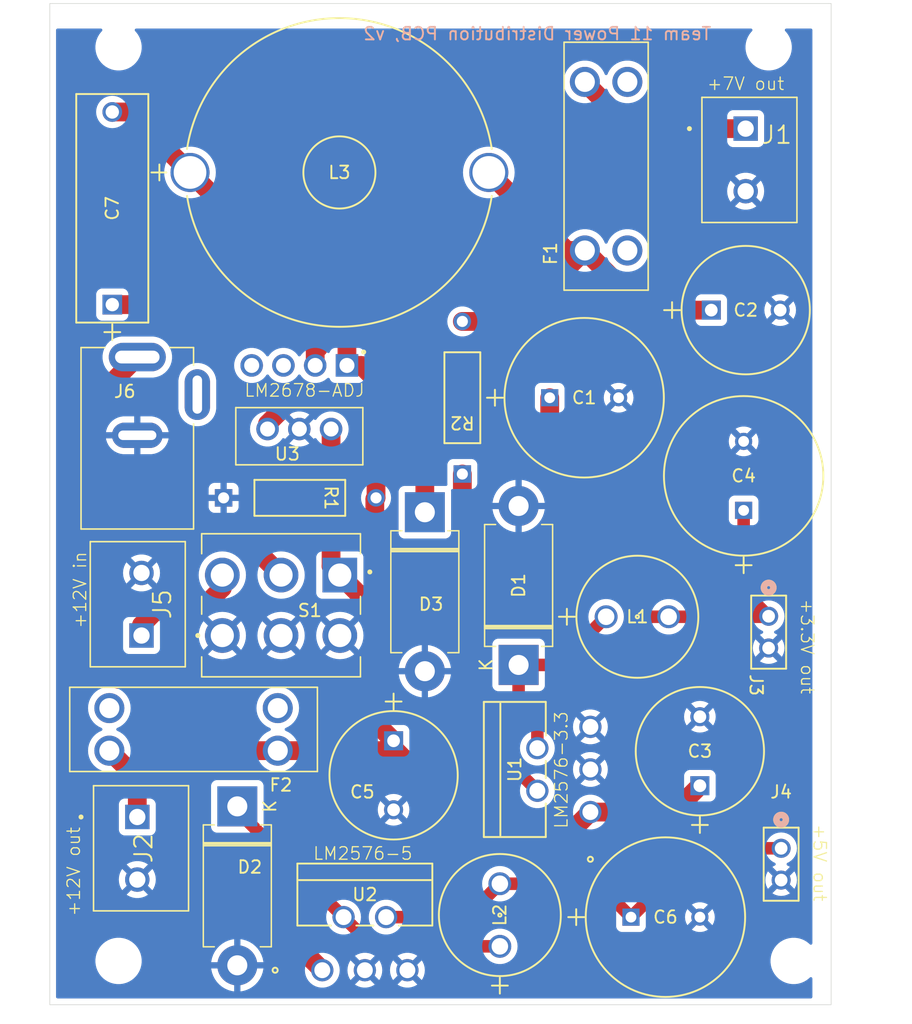
<source format=kicad_pcb>
(kicad_pcb (version 20240108) (generator "pcbnew") (generator_version "8.0")
  (title_block (title "Team 11 Power Distribution PCB") (date "2024-10-27") (rev "0.1"))
  (layers (0 "F.Cu" signal) (31 "B.Cu" signal) (34 "B.Paste" user) (35 "F.Paste" user) (36 "B.SilkS" user "B.Silkscreen") (37 "F.SilkS" user "F.Silkscreen") (38 "B.Mask" user) (39 "F.Mask" user) (44 "Edge.Cuts" user))
  (net 0 "")
  (net 1 "+12V")
  (net 2 "GND")
  (net 3 "/Vout_3.3V")
  (net 4 "/Vout_5V")
  (net 5 "Net-(D3-K)")
  (net 6 "Net-(U3-CB)")
  (net 7 "Net-(D1-K)")
  (net 8 "Net-(D2-K)")
  (net 9 "Net-(U3-FB)")
  (net 11 "/Vout_7V")
  (net 12 "/Vout_12V")
  (net 13 "Net-(J5-Pin_1)")
  (net 15 "/CHG12V")
  (net 16 "/Vout_7V_brk")
  (footprint "_footprints:CAP_12.5 X 25_NCH" (layer "F.Cu") (at 120.9882 180.5)
    (property "Reference" "C6" (at 2.7559 0 0) (layer "F.SilkS"))
    (property "Value" "1mF")
    (fp_line (start -5.0165 0) (end -3.7465 0) (stroke (width 0.1524)) (layer "F.SilkS"))
    (fp_line (start -4.3815 -0.635) (end -4.3815 0.635) (stroke (width 0.1524)) (layer "F.SilkS"))
    (fp_circle (center 2.7559 0) (end 9.1313 0) (stroke (width 0.1524)) (fill none) (layer "F.SilkS"))
    (pad "1" thru_hole rect (at 0 0) (size 1.3716 1.3716) (drill 0.8636) (layers "*.Cu" "*.Mask") (net 4 "/Vout_5V"))
    (pad "2" thru_hole circle (at 5.5118 0) (size 1.3716 1.3716) (drill 0.8636) (layers "*.Cu" "*.Mask") (net 2 "GND"))
  )
  (footprint "_footprints:fz_holder_3557-10" (layer "F.Cu") (at 86 165.5 180)
    (property "Reference" "F2" (at -6.985 -4.445 360) (layer "F.SilkS"))
    (property "Value" "3557-10")
    (fp_line (start 9.905 3.365) (end 9.905 -3.365) (stroke (width 0.127)) (layer "F.SilkS"))
    (fp_line (start 9.905 -3.365) (end -9.905 -3.365) (stroke (width 0.127)) (layer "F.SilkS"))
    (fp_line (start -9.905 3.365) (end 9.905 3.365) (stroke (width 0.127)) (layer "F.SilkS"))
    (fp_line (start -9.905 -3.365) (end -9.905 3.365) (stroke (width 0.127)) (layer "F.SilkS"))
    (pad "1_1" thru_hole circle (at -6.735 -1.7 180) (size 2.4 2.4) (drill 1.6) (layers "*.Cu" "*.Mask") (net 1 "+12V"))
    (pad "1_2" thru_hole circle (at -6.735 1.7 180) (size 2.4 2.4) (drill 1.6) (layers "*.Cu" "*.Mask"))
    (pad "2_1" thru_hole circle (at 6.735 -1.7 180) (size 2.4 2.4) (drill 1.6) (layers "*.Cu" "*.Mask") (net 12 "/Vout_12V"))
    (pad "2_2" thru_hole circle (at 6.735 1.7 180) (size 2.4 2.4) (drill 1.6) (layers "*.Cu" "*.Mask"))
  )
  (footprint "_footprints:PCAP_10x16-THRU-ELECT_NCA" (layer "F.Cu") (at 102 166.41085 -90)
    (property "Reference" "C5" (at 4.08915 2.5 0) (layer "F.SilkS"))
    (property "Value" "100uF")
    (fp_line (start -3.7719 0) (end -2.5019 0) (stroke (width 0.1524)) (layer "F.SilkS"))
    (fp_line (start -3.1369 -0.635) (end -3.1369 0.635) (stroke (width 0.1524)) (layer "F.SilkS"))
    (fp_circle (center 2.7559 0) (end 7.8867 0) (stroke (width 0.1524)) (fill none) (layer "F.SilkS"))
    (pad "1" thru_hole rect (at 0 0 270) (size 1.524 1.524) (drill 1.016) (layers "*.Cu" "*.Mask") (net 1 "+12V"))
    (pad "2" thru_hole circle (at 5.5118 0 270) (size 1.524 1.524) (drill 1.016) (layers "*.Cu" "*.Mask") (net 2 "GND"))
  )
  (footprint "_footprints:CONN_PPPC021_SUL" (layer "F.Cu") (at 133 175 90)
    (property "Reference" "J4" (at 4.5 0 0) (layer "F.SilkS"))
    (property "Value" "Conn_01x02_Socket" (hide yes))
    (fp_circle (center 2.286 0) (end 2.667 0) (stroke (width 0.508)) (fill none) (layer "B.SilkS"))
    (fp_line (start 1.651 -1.397) (end -4.191 -1.397) (stroke (width 0.1524)) (layer "F.SilkS"))
    (fp_line (start -4.191 -1.397) (end -4.191 1.397) (stroke (width 0.1524)) (layer "F.SilkS"))
    (fp_line (start 1.651 1.397) (end 1.651 -1.397) (stroke (width 0.1524)) (layer "F.SilkS"))
    (fp_line (start -4.191 1.397) (end 1.651 1.397) (stroke (width 0.1524)) (layer "F.SilkS"))
    (fp_circle (center 2.286 0) (end 2.667 0) (stroke (width 0.508)) (fill none) (layer "F.SilkS"))
    (pad "1" thru_hole circle (at 0 0 90) (size 1.524 1.524) (drill 1.016) (layers "*.Cu" "*.Mask") (net 4 "/Vout_5V"))
    (pad "2" thru_hole circle (at -2.54 0 90) (size 1.524 1.524) (drill 1.016) (layers "*.Cu" "*.Mask") (net 2 "GND"))
  )
  (footprint "_footprints:SW_100DP3T1B1M2QEH" (layer "F.Cu") (at 93 155.585 180)
    (property "Reference" "S1" (at -2.3 -0.415 360) (layer "F.SilkS"))
    (property "Value" "100DP3T1B1M2QEH")
    (fp_line (start 6.35 5.715) (end 6.35 4.1225) (stroke (width 0.127)) (layer "F.SilkS"))
    (fp_line (start 6.35 5.715) (end -6.35 5.715) (stroke (width 0.127)) (layer "F.SilkS"))
    (fp_line (start 6.35 -0.7075) (end 6.35 0.7075) (stroke (width 0.127)) (layer "F.SilkS"))
    (fp_line (start 6.35 -5.715) (end 6.35 -4.1225) (stroke (width 0.127)) (layer "F.SilkS"))
    (fp_line (start -6.35 5.715) (end -6.35 4.1225) (stroke (width 0.127)) (layer "F.SilkS"))
    (fp_line (start -6.35 -0.7075) (end -6.35 0.7075) (stroke (width 0.127)) (layer "F.SilkS"))
    (fp_line (start -6.35 -4.1225) (end -6.35 -5.715) (stroke (width 0.127)) (layer "F.SilkS"))
    (fp_line (start -6.35 -5.715) (end 6.35 -5.715) (stroke (width 0.127)) (layer "F.SilkS"))
    (fp_circle (center -7.1 2.665) (end -7 2.665) (stroke (width 0.2)) (fill none) (layer "F.SilkS"))
    (pad "1" thru_hole rect (at -4.7 2.415 180) (size 2.775 2.775) (drill 1.85) (layers "*.Cu" "*.Mask") (net 1 "+12V"))
    (pad "2" thru_hole circle (at 0 2.415 180) (size 2.775 2.775) (drill 1.85) (layers "*.Cu" "*.Mask") (net 13 "Net-(J5-Pin_1)"))
    (pad "3" thru_hole circle (at 4.7 2.415 180) (size 2.775 2.775) (drill 1.85) (layers "*.Cu" "*.Mask") (net 15 "/CHG12V"))
    (pad "4" thru_hole circle (at -4.7 -2.415 180) (size 2.775 2.775) (drill 1.85) (layers "*.Cu" "*.Mask") (net 2 "GND"))
    (pad "5" thru_hole circle (at 0 -2.415 180) (size 2.775 2.775) (drill 1.85) (layers "*.Cu" "*.Mask") (net 2 "GND"))
    (pad "6" thru_hole circle (at 4.7 -2.415 180) (size 2.775 2.775) (drill 1.85) (layers "*.Cu" "*.Mask") (net 2 "GND"))
  )
  (footprint "_footprints:5V_lm2576" (layer "F.Cu") (at 96.2982 184.7418)
    (property "Reference" "U2" (at 3.4036 -6.0452 0) (layer "F.SilkS"))
    (property "Value" "LM2576HVT-5")
    (fp_line (start -1.9939 -8.5217) (end -1.9939 -3.5687) (stroke (width 0.1524)) (layer "F.SilkS"))
    (fp_line (start -1.9939 -3.5687) (end 0.6822 -3.5687) (stroke (width 0.1524)) (layer "F.SilkS"))
    (fp_line (start -1.8669 -7.2009) (end 8.6741 -7.2009) (stroke (width 0.1524)) (layer "F.SilkS"))
    (fp_line (start 2.7214 -3.5687) (end 4.0858 -3.5687) (stroke (width 0.1524)) (layer "F.SilkS"))
    (fp_line (start 6.125 -3.5687) (end 8.8011 -3.5687) (stroke (width 0.1524)) (layer "F.SilkS"))
    (fp_line (start 8.8011 -8.5217) (end -1.9939 -8.5217) (stroke (width 0.1524)) (layer "F.SilkS"))
    (fp_line (start 8.8011 -3.5687) (end 8.8011 -8.5217) (stroke (width 0.1524)) (layer "F.SilkS"))
    (fp_circle (center -3.7719 0) (end -3.5687 0) (stroke (width 0.1524)) (fill none) (layer "F.SilkS"))
    (pad "1" thru_hole circle (at 0 0) (size 1.778 1.778) (drill 1.27) (layers "*.Cu" "*.Mask") (net 1 "+12V"))
    (pad "2" thru_hole circle (at 1.7018 -4.2418) (size 1.778 1.778) (drill 1.27) (layers "*.Cu" "*.Mask") (net 8 "Net-(D2-K)"))
    (pad "3" thru_hole circle (at 3.4036 0) (size 1.778 1.778) (drill 1.27) (layers "*.Cu" "*.Mask") (net 2 "GND"))
    (pad "4" thru_hole circle (at 5.1054 -4.2418) (size 1.778 1.778) (drill 1.27) (layers "*.Cu" "*.Mask") (net 4 "/Vout_5V"))
    (pad "5" thru_hole circle (at 6.8072 0) (size 1.778 1.778) (drill 1.27) (layers "*.Cu" "*.Mask") (net 2 "GND"))
  )
  (footprint "_footprints:CUI_TB002-500-02BE" (layer "F.Cu") (at 130.1625 117.5 -90)
    (property "Reference" "J1" (at 0.5 -2.5 180) (layer "F.SilkS") (effects (font (size 1.4 1.4))))
    (property "Value" "Screw_Terminal_01x02" (hide yes))
    (fp_line (start -2.5 3.5) (end -2.5 -4.1) (stroke (width 0.127)) (layer "F.SilkS"))
    (fp_line (start 7.5 3.5) (end -2.5 3.5) (stroke (width 0.127)) (layer "F.SilkS"))
    (fp_line (start -2.5 -4.1) (end 7.5 -4.1) (stroke (width 0.127)) (layer "F.SilkS"))
    (fp_line (start 7.5 -4.1) (end 7.5 3.5) (stroke (width 0.127)) (layer "F.SilkS"))
    (fp_circle (center 0 4.5) (end 0.1 4.5) (stroke (width 0.2)) (fill none) (layer "F.SilkS"))
    (pad "1" thru_hole rect (at 0 0 270) (size 1.95 1.95) (drill 1.3) (layers "*.Cu" "*.Mask") (net 16 "/Vout_7V_brk"))
    (pad "2" thru_hole circle (at 5 0 270) (size 1.95 1.95) (drill 1.3) (layers "*.Cu" "*.Mask") (net 2 "GND"))
  )
  (footprint "Diode_THT:D_DO-201AD_P12.70mm_Horizontal" (layer "F.Cu") (at 112 160.35 90)
    (property "Reference" "D1" (at 6.35 0 90) (layer "F.SilkS"))
    (property "Value" "1N5822")
    (fp_line (start 11.22 -2.72) (end 11.22 -1.84) (stroke (width 0.12)) (layer "F.SilkS"))
    (fp_line (start 3.145 -2.72) (end 3.145 2.72) (stroke (width 0.12)) (layer "F.SilkS"))
    (fp_line (start 3.025 -2.72) (end 3.025 2.72) (stroke (width 0.12)) (layer "F.SilkS"))
    (fp_line (start 2.905 -2.72) (end 2.905 2.72) (stroke (width 0.12)) (layer "F.SilkS"))
    (fp_line (start 1.48 -2.72) (end 11.22 -2.72) (stroke (width 0.12)) (layer "F.SilkS"))
    (fp_line (start 1.48 -1.84) (end 1.48 -2.72) (stroke (width 0.12)) (layer "F.SilkS"))
    (fp_line (start 1.48 1.84) (end 1.48 2.72) (stroke (width 0.12)) (layer "F.SilkS"))
    (fp_line (start 11.22 2.72) (end 11.22 1.84) (stroke (width 0.12)) (layer "F.SilkS"))
    (fp_line (start 1.48 2.72) (end 11.22 2.72) (stroke (width 0.12)) (layer "F.SilkS"))
    (fp_text user "K" (at 0 -2.6 90) (layer "F.SilkS"))
    (pad "1" thru_hole rect (at 0 0 90) (size 3.2 3.2) (drill 1.6) (layers "*.Cu" "*.Mask") (net 7 "Net-(D1-K)"))
    (pad "2" thru_hole oval (at 12.7 0 90) (size 3.2 3.2) (drill 1.6) (layers "*.Cu" "*.Mask") (net 2 "GND"))
  )
  (footprint "_footprints:CAP_12.5 X 25_NCH" (layer "F.Cu") (at 114.4882 139)
    (property "Reference" "C1" (at 2.7559 0 0) (layer "F.SilkS"))
    (property "Value" "1mF")
    (fp_line (start -5.0165 0) (end -3.7465 0) (stroke (width 0.1524)) (layer "F.SilkS"))
    (fp_line (start -4.3815 -0.635) (end -4.3815 0.635) (stroke (width 0.1524)) (layer "F.SilkS"))
    (fp_circle (center 2.7559 0) (end 9.1313 0) (stroke (width 0.1524)) (fill none) (layer "F.SilkS"))
    (pad "1" thru_hole rect (at 0 0) (size 1.3716 1.3716) (drill 0.8636) (layers "*.Cu" "*.Mask") (net 1 "+12V"))
    (pad "2" thru_hole circle (at 5.5118 0) (size 1.3716 1.3716) (drill 0.8636) (layers "*.Cu" "*.Mask") (net 2 "GND"))
  )
  (footprint "_footprints:CAP_12.5 X 25_NCH" (layer "F.Cu") (at 130 148 90)
    (property "Reference" "C4" (at 2.7559 0 0) (layer "F.SilkS"))
    (property "Value" "1mF")
    (fp_line (start -4.3815 -0.635) (end -4.3815 0.635) (stroke (width 0.1524)) (layer "F.SilkS"))
    (fp_line (start -5.0165 0) (end -3.7465 0) (stroke (width 0.1524)) (layer "F.SilkS"))
    (fp_circle (center 2.7559 0) (end 9.1313 0) (stroke (width 0.1524)) (fill none) (layer "F.SilkS"))
    (pad "1" thru_hole rect (at 0 0 90) (size 1.3716 1.3716) (drill 0.8636) (layers "*.Cu" "*.Mask") (net 3 "/Vout_3.3V"))
    (pad "2" thru_hole circle (at 5.5118 0 90) (size 1.3716 1.3716) (drill 0.8636) (layers "*.Cu" "*.Mask") (net 2 "GND"))
  )
  (footprint "_footprints:fz_holder_3557-10" (layer "F.Cu") (at 119 120.5 90)
    (property "Reference" "F1" (at -6.985 -4.445 90) (layer "F.SilkS"))
    (property "Value" "3557-10")
    (fp_line (start 9.905 -3.365) (end -9.905 -3.365) (stroke (width 0.127)) (layer "F.SilkS"))
    (fp_line (start -9.905 -3.365) (end -9.905 3.365) (stroke (width 0.127)) (layer "F.SilkS"))
    (fp_line (start 9.905 3.365) (end 9.905 -3.365) (stroke (width 0.127)) (layer "F.SilkS"))
    (fp_line (start -9.905 3.365) (end 9.905 3.365) (stroke (width 0.127)) (layer "F.SilkS"))
    (pad "1_1" thru_hole circle (at -6.735 -1.7 90) (size 2.4 2.4) (drill 1.6) (layers "*.Cu" "*.Mask") (net 11 "/Vout_7V"))
    (pad "1_2" thru_hole circle (at -6.735 1.7 90) (size 2.4 2.4) (drill 1.6) (layers "*.Cu" "*.Mask"))
    (pad "2_1" thru_hole circle (at 6.735 -1.7 90) (size 2.4 2.4) (drill 1.6) (layers "*.Cu" "*.Mask") (net 16 "/Vout_7V_brk"))
    (pad "2_2" thru_hole circle (at 6.735 1.7 90) (size 2.4 2.4) (drill 1.6) (layers "*.Cu" "*.Mask"))
  )
  (footprint "_footprints:CUI_TB002-500-02BE" (layer "F.Cu") (at 81.5 172.5 -90)
    (property "Reference" "J2" (at 2.5 -0.5 90) (layer "F.SilkS") (effects (font (size 1.4 1.4))))
    (property "Value" "Screw_Terminal_01x02" (hide yes))
    (fp_line (start -2.5 3.5) (end -2.5 -4.1) (stroke (width 0.127)) (layer "F.SilkS"))
    (fp_line (start 7.5 3.5) (end -2.5 3.5) (stroke (width 0.127)) (layer "F.SilkS"))
    (fp_line (start -2.5 -4.1) (end 7.5 -4.1) (stroke (width 0.127)) (layer "F.SilkS"))
    (fp_line (start 7.5 -4.1) (end 7.5 3.5) (stroke (width 0.127)) (layer "F.SilkS"))
    (fp_circle (center 0 4.5) (end 0.1 4.5) (stroke (width 0.2)) (fill none) (layer "F.SilkS"))
    (pad "1" thru_hole rect (at 0 0 270) (size 1.95 1.95) (drill 1.3) (layers "*.Cu" "*.Mask") (net 12 "/Vout_12V"))
    (pad "2" thru_hole circle (at 5 0 270) (size 1.95 1.95) (drill 1.3) (layers "*.Cu" "*.Mask") (net 2 "GND"))
  )
  (footprint "MountingHole:MountingHole_3.2mm_M3" (layer "F.Cu") (at 80 111)
    (property "Reference" "REF**" (hide yes))
    (property "Value" "MountingHole_3.2mm_M3")
    (pad "" np_thru_hole circle (at 0 0) (size 3.2 3.2) (drill 3.2) (layers "*.Cu" "*.Mask"))
  )
  (footprint "MountingHole:MountingHole_3.2mm_M3" (layer "F.Cu") (at 132 111)
    (property "Reference" "REF**" (hide yes))
    (property "Value" "MountingHole_3.2mm_M3")
    (pad "" np_thru_hole circle (at 0 0) (size 3.2 3.2) (drill 3.2) (layers "*.Cu" "*.Mask"))
  )
  (footprint "_footprints:STA_RNF14_STP" (layer "F.Cu") (at 88.404 147)
    (property "Reference" "R1" (at 8.596 0 -90) (layer "F.SilkS"))
    (property "Value" "1k")
    (fp_line (start 2.4638 -1.4351) (end 2.4638 1.4351) (stroke (width 0.1524)) (layer "F.SilkS"))
    (fp_line (start 2.4638 1.4351) (end 9.7282 1.4351) (stroke (width 0.1524)) (layer "F.SilkS"))
    (fp_line (start 9.7282 -1.4351) (end 2.4638 -1.4351) (stroke (width 0.1524)) (layer "F.SilkS"))
    (fp_line (start 9.7282 1.4351) (end 9.7282 -1.4351) (stroke (width 0.1524)) (layer "F.SilkS"))
    (pad "1" thru_hole rect (at 0 0) (size 1.397 1.397) (drill 0.889) (layers "*.Cu" "*.Mask") (net 2 "GND"))
    (pad "2" thru_hole circle (at 12.192 0) (size 1.397 1.397) (drill 0.889) (layers "*.Cu" "*.Mask") (net 9 "Net-(U3-FB)"))
  )
  (footprint "_footprints:SWITCHCRAFT_RAPC722X" (layer "F.Cu") (at 81.5 142)
    (property "Reference" "J6" (at -1 -3.5 360) (layer "F.SilkS"))
    (property "Value" "RAPC722X")
    (fp_line (start -4.5 -7.01) (end -4.5 7.49) (stroke (width 0.127)) (layer "F.SilkS"))
    (fp_line (start -4.5 7.49) (end 4.5 7.49) (stroke (width 0.127)) (layer "F.SilkS"))
    (fp_line (start -2.6 -7.01) (end -4.5 -7.01) (stroke (width 0.127)) (layer "F.SilkS"))
    (fp_line (start 4.5 -7.01) (end 2.6 -7.01) (stroke (width 0.127)) (layer "F.SilkS"))
    (fp_line (start 4.5 -5.595) (end 4.5 -7.01) (stroke (width 0.127)) (layer "F.SilkS"))
    (fp_line (start 4.5 7.49) (end 4.5 -0.905) (stroke (width 0.127)) (layer "F.SilkS"))
    (pad "PIN" thru_hole oval (at 0 -6.25) (size 4.56 2.28) (drill oval 3.56 1.02) (layers "*.Cu" "*.Mask") (net 15 "/CHG12V"))
    (pad "SHUNT" thru_hole oval (at 4.8 -3.25) (size 2.025 4.05) (drill oval 0.76 3.05) (layers "*.Cu" "*.Mask"))
    (pad "SLEEVE" thru_hole oval (at 0 0) (size 4.05 2.025) (drill oval 3.05 0.76) (layers "*.Cu" "*.Mask") (net 2 "GND"))
  )
  (footprint "MountingHole:MountingHole_3.2mm_M3" (layer "F.Cu") (at 134 184)
    (property "Reference" "REF**" (hide yes))
    (property "Value" "MountingHole_3.2mm_M3")
    (pad "" np_thru_hole circle (at 0 0) (size 3.2 3.2) (drill 3.2) (layers "*.Cu" "*.Mask"))
  )
  (footprint "Diode_THT:D_DO-201AD_P12.70mm_Horizontal" (layer "F.Cu") (at 89.5 171.65 -90)
    (property "Reference" "D2" (at 4.85 -1 360) (layer "F.SilkS"))
    (property "Value" "1N5822")
    (fp_line (start 1.48 2.72) (end 11.22 2.72) (stroke (width 0.12)) (layer "F.SilkS"))
    (fp_line (start 11.22 2.72) (end 11.22 1.84) (stroke (width 0.12)) (layer "F.SilkS"))
    (fp_line (start 1.48 1.84) (end 1.48 2.72) (stroke (width 0.12)) (layer "F.SilkS"))
    (fp_line (start 1.48 -1.84) (end 1.48 -2.72) (stroke (width 0.12)) (layer "F.SilkS"))
    (fp_line (start 1.48 -2.72) (end 11.22 -2.72) (stroke (width 0.12)) (layer "F.SilkS"))
    (fp_line (start 2.905 -2.72) (end 2.905 2.72) (stroke (width 0.12)) (layer "F.SilkS"))
    (fp_line (start 3.025 -2.72) (end 3.025 2.72) (stroke (width 0.12)) (layer "F.SilkS"))
    (fp_line (start 3.145 -2.72) (end 3.145 2.72) (stroke (width 0.12)) (layer "F.SilkS"))
    (fp_line (start 11.22 -2.72) (end 11.22 -1.84) (stroke (width 0.12)) (layer "F.SilkS"))
    (fp_text user "K" (at 0 -2.6 90) (layer "F.SilkS"))
    (pad "1" thru_hole rect (at 0 0 270) (size 3.2 3.2) (drill 1.6) (layers "*.Cu" "*.Mask") (net 8 "Net-(D2-K)"))
    (pad "2" thru_hole oval (at 12.7 0 270) (size 3.2 3.2) (drill 1.6) (layers "*.Cu" "*.Mask") (net 2 "GND"))
  )
  (footprint "_footprints:1422311C_MUR" (layer "F.Cu") (at 85.716751 121)
    (property "Reference" "L3" (at 11.949999 0 0) (layer "F.SilkS"))
    (property "Value" "22uH")
    (fp_line (start -3.086102 0) (end -1.894841 0) (stroke (width 0.1524)) (layer "F.SilkS"))
    (fp_line (start -2.451102 -0.635) (end -2.451102 0.635) (stroke (width 0.1524)) (layer "F.SilkS"))
    (fp_arc (start -0.237571 -1.879882) (mid 11.949997 -12.331701) (end 24.137569 -1.879888) (stroke (width 0.1524)) (layer "F.SilkS"))
    (fp_arc (start 24.137567 1.879897) (mid 11.949999 12.3317) (end -0.237569 1.879897) (stroke (width 0.1524)) (layer "F.SilkS"))
    (fp_circle (center 11.949999 0) (end 14.832899 0) (stroke (width 0.1524)) (fill none) (layer "F.SilkS"))
    (pad "1" thru_hole circle (at -0.000001 0) (size 3.1242 3.1242) (drill 2.6162) (layers "*.Cu" "*.Mask") (net 5 "Net-(D3-K)"))
    (pad "2" thru_hole circle (at 23.899999 0) (size 3.1242 3.1242) (drill 2.6162) (layers "*.Cu" "*.Mask") (net 11 "/Vout_7V"))
  )
  (footprint "_footprints:PHE-BD_KEM" (layer "F.Cu") (at 79.5 131.5612 90)
    (property "Reference" "C7" (at 7.6962 0 90) (layer "F.SilkS"))
    (property "Value" "0.01uF")
    (fp_line (start 16.8275 -2.8829) (end -1.4351 -2.8829) (stroke (width 0.1524)) (layer "F.SilkS"))
    (fp_line (start 16.8275 -2.8829) (end 16.8275 2.8829) (stroke (width 0.1524)) (layer "F.SilkS"))
    (fp_line (start -1.4351 -2.8829) (end -1.4351 2.8829) (stroke (width 0.1524)) (layer "F.SilkS"))
    (fp_line (start -2.1971 -0.635) (end -2.1971 0.635) (stroke (width 0.1524)) (layer "F.SilkS"))
    (fp_line (start -2.8321 0) (end -1.5621 0) (stroke (width 0.1524)) (layer "F.SilkS"))
    (fp_line (start 16.8275 2.8829) (end -1.4351 2.8829) (stroke (width 0.1524)) (layer "F.SilkS"))
    (pad "1" thru_hole rect (at 0 0 90) (size 1.5748 1.5748) (drill 1.0668) (layers "*.Cu" "*.Mask") (net 6 "Net-(U3-CB)"))
    (pad "2" thru_hole circle (at 15.3924 0 90) (size 1.5748 1.5748) (drill 1.0668) (layers "*.Cu" "*.Mask") (net 5 "Net-(D3-K)"))
  )
  (footprint "_footprints:inductor_1A_100uH" (layer "F.Cu") (at 110.5 182.83325 90)
    (property "Reference" "L2" (at 2.5 0 90) (layer "F.SilkS"))
    (property "Value" "100uH")
    (fp_line (start -3.1388 -0.635) (end -3.1388 0.635) (stroke (width 0.1524)) (layer "F.SilkS"))
    (fp_line (start -3.7738 0) (end -2.5038 0) (stroke (width 0.1524)) (layer "F.SilkS"))
    (fp_circle (center 2.5 0) (end 7.3768 0) (stroke (width 0.1524)) (fill none) (layer "F.SilkS"))
    (fp_circle (center 2.5 0) (end 2.627 0) (stroke (width 0.1524)) (fill none) (layer "F.SilkS"))
    (pad "1" thru_hole circle (at 0 0 90) (size 1.8288 1.8288) (drill 1.3208) (layers "*.Cu" "*.Mask") (net 8 "Net-(D2-K)"))
    (pad "2" thru_hole circle (at 5 0 90) (size 1.8288 1.8288) (drill 1.3208) (layers "*.Cu" "*.Mask") (net 4 "/Vout_5V"))
  )
  (footprint "_footprints:STA_RNF14_STP" (layer "F.Cu") (at 107.5 145.096 90)
    (property "Reference" "R2" (at 4.096 0 180) (layer "F.SilkS"))
    (property "Value" "4.9k")
    (fp_line (start 9.7282 -1.4351) (end 2.4638 -1.4351) (stroke (width 0.1524)) (layer "F.SilkS"))
    (fp_line (start 2.4638 -1.4351) (end 2.4638 1.4351) (stroke (width 0.1524)) (layer "F.SilkS"))
    (fp_line (start 9.7282 1.4351) (end 9.7282 -1.4351) (stroke (width 0.1524)) (layer "F.SilkS"))
    (fp_line (start 2.4638 1.4351) (end 9.7282 1.4351) (stroke (width 0.1524)) (layer "F.SilkS"))
    (pad "1" thru_hole rect (at 0 0 90) (size 1.397 1.397) (drill 0.889) (layers "*.Cu" "*.Mask") (net 9 "Net-(U3-FB)"))
    (pad "2" thru_hole circle (at 12.192 0 90) (size 1.397 1.397) (drill 0.889) (layers "*.Cu" "*.Mask") (net 11 "/Vout_7V"))
  )
  (footprint "Diode_THT:D_DO-201AD_P12.70mm_Horizontal" (layer "F.Cu") (at 104.5 148.15 -90)
    (property "Reference" "D3" (at 7.35 -0.5 180) (layer "F.SilkS"))
    (property "Value" "1N5825")
    (fp_line (start 1.48 2.72) (end 11.22 2.72) (stroke (width 0.12)) (layer "F.SilkS"))
    (fp_line (start 11.22 2.72) (end 11.22 1.84) (stroke (width 0.12)) (layer "F.SilkS"))
    (fp_line (start 1.48 1.84) (end 1.48 2.72) (stroke (width 0.12)) (layer "F.SilkS"))
    (fp_line (start 1.48 -1.84) (end 1.48 -2.72) (stroke (width 0.12)) (layer "F.SilkS"))
    (fp_line (start 1.48 -2.72) (end 11.22 -2.72) (stroke (width 0.12)) (layer "F.SilkS"))
    (fp_line (start 2.905 -2.72) (end 2.905 2.72) (stroke (width 0.12)) (layer "F.SilkS"))
    (fp_line (start 3.025 -2.72) (end 3.025 2.72) (stroke (width 0.12)) (layer "F.SilkS"))
    (fp_line (start 3.145 -2.72) (end 3.145 2.72) (stroke (width 0.12)) (layer "F.SilkS"))
    (fp_line (start 11.22 -2.72) (end 11.22 -1.84) (stroke (width 0.12)) (layer "F.SilkS"))
    (pad "1" thru_hole rect (at 0 0 270) (size 3.2 3.2) (drill 1.6) (layers "*.Cu" "*.Mask") (net 5 "Net-(D3-K)"))
    (pad "2" thru_hole oval (at 12.7 0 270) (size 3.2 3.2) (drill 1.6) (layers "*.Cu" "*.Mask") (net 2 "GND"))
  )
  (footprint "_footprints:PCAP_10x16-THRU-ELECT_NCA" (layer "F.Cu") (at 127.41085 132)
    (property "Reference" "C2" (at 2.7559 0 0) (layer "F.SilkS"))
    (property "Value" "220uF")
    (fp_line (start -3.7719 0) (end -2.5019 0) (stroke (width 0.1524)) (layer "F.SilkS"))
    (fp_line (start -3.1369 -0.635) (end -3.1369 0.635) (stroke (width 0.1524)) (layer "F.SilkS"))
    (fp_circle (center 2.7559 0) (end 7.8867 0) (stroke (width 0.1524)) (fill none) (layer "F.SilkS"))
    (pad "1" thru_hole rect (at 0 0) (size 1.524 1.524) (drill 1.016) (layers "*.Cu" "*.Mask") (net 11 "/Vout_7V"))
    (pad "2" thru_hole circle (at 5.5118 0) (size 1.524 1.524) (drill 1.016) (layers "*.Cu" "*.Mask") (net 2 "GND"))
  )
  (footprint "MountingHole:MountingHole_3.2mm_M3" (layer "F.Cu") (at 80 184)
    (property "Reference" "REF**" (hide yes))
    (property "Value" "MountingHole_3.2mm_M3")
    (pad "" np_thru_hole circle (at 0 0) (size 3.2 3.2) (drill 3.2) (layers "*.Cu" "*.Mask"))
  )
  (footprint "_footprints:CONN_PPPC021_SUL" (layer "F.Cu") (at 132 156.46 90)
    (property "Reference" "J3" (at -5.5 -1 -90) (layer "F.SilkS"))
    (property "Value" "Conn_01x02_Socket" (hide yes))
    (fp_circle (center 2.286 0) (end 2.667 0) (stroke (width 0.508)) (fill none) (layer "B.SilkS"))
    (fp_line (start 1.651 -1.397) (end -4.191 -1.397) (stroke (width 0.1524)) (layer "F.SilkS"))
    (fp_line (start -4.191 -1.397) (end -4.191 1.397) (stroke (width 0.1524)) (layer "F.SilkS"))
    (fp_line (start 1.651 1.397) (end 1.651 -1.397) (stroke (width 0.1524)) (layer "F.SilkS"))
    (fp_line (start -4.191 1.397) (end 1.651 1.397) (stroke (width 0.1524)) (layer "F.SilkS"))
    (fp_circle (center 2.286 0) (end 2.667 0) (stroke (width 0.508)) (fill none) (layer "F.SilkS"))
    (pad "1" thru_hole circle (at 0 0 90) (size 1.524 1.524) (drill 1.016) (layers "*.Cu" "*.Mask") (net 3 "/Vout_3.3V"))
    (pad "2" thru_hole circle (at -2.54 0 90) (size 1.524 1.524) (drill 1.016) (layers "*.Cu" "*.Mask") (net 2 "GND"))
  )
  (footprint "_footprints:CUI_TB002-500-02BE" (layer "F.Cu") (at 81.8375 158 90)
    (property "Reference" "J5" (at 2.5 1.6625 90) (layer "F.SilkS") (effects (font (size 1.4 1.4))))
    (property "Value" "Screw_Terminal_01x02" (hide yes))
    (fp_line (start 7.5 -4.1) (end 7.5 3.5) (stroke (width 0.127)) (layer "F.SilkS"))
    (fp_line (start -2.5 -4.1) (end 7.5 -4.1) (stroke (width 0.127)) (layer "F.SilkS"))
    (fp_line (start 7.5 3.5) (end -2.5 3.5) (stroke (width 0.127)) (layer "F.SilkS"))
    (fp_line (start -2.5 3.5) (end -2.5 -4.1) (stroke (width 0.127)) (layer "F.SilkS"))
    (fp_circle (center 0 4.5) (end 0.1 4.5) (stroke (width 0.2)) (fill none) (layer "F.SilkS"))
    (pad "1" thru_hole rect (at 0 0 90) (size 1.95 1.95) (drill 1.3) (layers "*.Cu" "*.Mask") (net 13 "Net-(J5-Pin_1)"))
    (pad "2" thru_hole circle (at 5 0 90) (size 1.95 1.95) (drill 1.3) (layers "*.Cu" "*.Mask") (net 2 "GND"))
  )
  (footprint "_footprints:TO127P1041X469X2199-7N" (layer "F.Cu") (at 94.46 141.5 180)
    (property "Reference" "U3" (at 0.96 -2 360) (layer "F.SilkS") (effects (font (size 1.003134 1.003134))))
    (property "Value" "LM2678T")
    (fp_line (start 5.08 1.71) (end 5.08 -2.86) (stroke (width 0.127)) (layer "F.SilkS"))
    (fp_line (start 5.08 -2.86) (end -5.08 -2.86) (stroke (width 0.127)) (layer "F.SilkS"))
    (fp_line (start -5.08 1.71) (end 5.08 1.71) (stroke (width 0.127)) (layer "F.SilkS"))
    (fp_line (start -5.08 -2.86) (end -5.08 1.71) (stroke (width 0.127)) (layer "F.SilkS"))
    (fp_circle (center -5.15 6.15) (end -5.05 6.15) (stroke (width 0.2)) (fill none) (layer "F.SilkS"))
    (pad "1" thru_hole rect (at -3.81 5.08 180) (size 1.8 1.8) (drill 1.2) (layers "*.Cu" "*.Mask") (net 5 "Net-(D3-K)"))
    (pad "2" thru_hole circle (at -2.54 0 180) (size 1.8 1.8) (drill 1.2) (layers "*.Cu" "*.Mask") (net 1 "+12V"))
    (pad "3" thru_hole circle (at -1.27 5.08 180) (size 1.8 1.8) (drill 1.2) (layers "*.Cu" "*.Mask") (net 6 "Net-(U3-CB)"))
    (pad "4" thru_hole circle (at 0 0 180) (size 1.8 1.8) (drill 1.2) (layers "*.Cu" "*.Mask") (net 2 "GND"))
    (pad "5" thru_hole circle (at 1.27 5.08 180) (size 1.8 1.8) (drill 1.2) (layers "*.Cu" "*.Mask"))
    (pad "6" thru_hole circle (at 2.54 0 180) (size 1.8 1.8) (drill 1.2) (layers "*.Cu" "*.Mask") (net 9 "Net-(U3-FB)"))
    (pad "7" thru_hole circle (at 3.81 5.08 180) (size 1.8 1.8) (drill 1.2) (layers "*.Cu" "*.Mask"))
  )
  (footprint "_footprints:3.3V_lm2576" (layer "F.Cu") (at 117.7418 172.1054 90)
    (property "Reference" "U1" (at 3.4036 -6.0452 90) (layer "F.SilkS"))
    (property "Value" "LM2576-3.3")
    (fp_line (start 8.8011 -8.5217) (end -1.9939 -8.5217) (stroke (width 0.1524)) (layer "F.SilkS"))
    (fp_line (start -1.9939 -8.5217) (end -1.9939 -3.5687) (stroke (width 0.1524)) (layer "F.SilkS"))
    (fp_line (start -1.8669 -7.2009) (end 8.6741 -7.2009) (stroke (width 0.1524)) (layer "F.SilkS"))
    (fp_line (start 8.8011 -3.5687) (end 8.8011 -8.5217) (stroke (width 0.1524)) (layer "F.SilkS"))
    (fp_line (start 6.125 -3.5687) (end 8.8011 -3.5687) (stroke (width 0.1524)) (layer "F.SilkS"))
    (fp_line (start 2.7214 -3.5687) (end 4.0858 -3.5687) (stroke (width 0.1524)) (layer "F.SilkS"))
    (fp_line (start -1.9939 -3.5687) (end 0.6822 -3.5687) (stroke (width 0.1524)) (layer "F.SilkS"))
    (fp_circle (center -3.7719 0) (end -3.5687 0) (stroke (width 0.1524)) (fill none) (layer "F.SilkS"))
    (pad "1" thru_hole circle (at 0 0 90) (size 1.778 1.778) (drill 1.27) (layers "*.Cu" "*.Mask") (net 1 "+12V"))
    (pad "2" thru_hole circle (at 1.7018 -4.2418 90) (size 1.778 1.778) (drill 1.27) (layers "*.Cu" "*.Mask") (net 7 "Net-(D1-K)"))
    (pad "3" thru_hole circle (at 3.4036 0 90) (size 1.778 1.778) (drill 1.27) (layers "*.Cu" "*.Mask") (net 2 "GND"))
    (pad "4" thru_hole circle (at 5.1054 -4.2418 90) (size 1.778 1.778) (drill 1.27) (layers "*.Cu" "*.Mask") (net 3 "/Vout_3.3V"))
    (pad "5" thru_hole circle (at 6.8072 0 90) (size 1.778 1.778) (drill 1.27) (layers "*.Cu" "*.Mask") (net 2 "GND"))
  )
  (footprint "_footprints:PCAP_10x16-THRU-ELECT_NCA" (layer "F.Cu") (at 126.5 170 90)
    (property "Reference" "C3" (at 2.7559 0 0) (layer "F.SilkS"))
    (property "Value" "100uF")
    (fp_line (start -3.1369 -0.635) (end -3.1369 0.635) (stroke (width 0.1524)) (layer "F.SilkS"))
    (fp_line (start -3.7719 0) (end -2.5019 0) (stroke (width 0.1524)) (layer "F.SilkS"))
    (fp_circle (center 2.7559 0) (end 7.8867 0) (stroke (width 0.1524)) (fill none) (layer "F.SilkS"))
    (pad "1" thru_hole rect (at 0 0 90) (size 1.524 1.524) (drill 1.016) (layers "*.Cu" "*.Mask") (net 1 "+12V"))
    (pad "2" thru_hole circle (at 5.5118 0 90) (size 1.524 1.524) (drill 1.016) (layers "*.Cu" "*.Mask") (net 2 "GND"))
  )
  (footprint "_footprints:inductor_1A_100uH" (layer "F.Cu") (at 119 156.5)
    (property "Reference" "L1" (at 2.5 0 0) (layer "F.SilkS"))
    (property "Value" "100uH")
    (fp_line (start -3.7738 0) (end -2.5038 0) (stroke (width 0.1524)) (layer "F.SilkS"))
    (fp_line (start -3.1388 -0.635) (end -3.1388 0.635) (stroke (width 0.1524)) (layer "F.SilkS"))
    (fp_circle (center 2.5 0) (end 2.627 0) (stroke (width 0.1524)) (fill none) (layer "F.SilkS"))
    (fp_circle (center 2.5 0) (end 7.3768 0) (stroke (width 0.1524)) (fill none) (layer "F.SilkS"))
    (pad "1" thru_hole circle (at 0 0) (size 1.8288 1.8288) (drill 1.3208) (layers "*.Cu" "*.Mask") (net 7 "Net-(D1-K)"))
    (pad "2" thru_hole circle (at 5 0) (size 1.8288 1.8288) (drill 1.3208) (layers "*.Cu" "*.Mask") (net 3 "/Vout_3.3V"))
  )
  (gr_rect (start 74.5 107.5) (end 137 187.5) (stroke (width 0.05)) (fill none) (layer "Edge.Cuts"))
  (gr_text "Team 11 Power Distribution PCB, v2" (at 127.5 110.5 0) (layer "B.SilkS") (effects (font (size 1 1)) (justify left bottom mirror)))
  (gr_text "+3.3V out" (at 134.5 155 -90) (layer "F.SilkS") (effects (font (size 1 1) (thickness 0.1)) (justify left bottom)))
  (gr_text "+12V in" (at 77.5 157.5 90) (layer "F.SilkS") (effects (font (size 1 1) (thickness 0.1)) (justify left bottom)))
  (gr_text "LM2576-3.3" (at 116 173.5 90) (layer "F.SilkS") (effects (font (size 1 1) (thickness 0.1)) (justify left bottom)))
  (gr_text "+5V out" (at 135.5 173 -90) (layer "F.SilkS") (effects (font (size 1 1) (thickness 0.1)) (justify left bottom)))
  (gr_text "LM2678-ADJ" (at 90 139 0) (layer "F.SilkS") (effects (font (size 1 1) (thickness 0.1)) (justify left bottom)))
  (gr_text "+12V out" (at 77 180.5 90) (layer "F.SilkS") (effects (font (size 1 1) (thickness 0.1)) (justify left bottom)))
  (gr_text "LM2576-5" (at 95.5 176 0) (layer "F.SilkS") (effects (font (size 1 1) (thickness 0.1)) (justify left bottom)))
  (gr_text "+7V out" (at 127 114.5 0) (layer "F.SilkS") (effects (font (size 1 1) (thickness 0.1)) (justify left bottom)))
  (segment (start 101 165.41085) (end 102 166.41085) (width 1.5) (layer "F.Cu") (net 1))
  (segment (start 114.4882 139) (end 114.4882 144.4882) (width 1.5) (layer "F.Cu") (net 1))
  (segment (start 116.3472 173.5) (end 117.7418 172.1054) (width 1.5) (layer "F.Cu") (net 1))
  (segment (start 101 156.47) (end 101 156.5) (width 1.5) (layer "F.Cu") (net 1))
  (segment (start 108.5 173.5) (end 116.3472 173.5) (width 1.5) (layer "F.Cu") (net 1))
  (segment (start 84.5 172.9436) (end 96.2982 184.7418) (width 1.5) (layer "F.Cu") (net 1))
  (segment (start 101 156.5) (end 101 165.41085) (width 1.5) (layer "F.Cu") (net 1))
  (segment (start 115.5 145.5) (end 115.5 150.5) (width 1.5) (layer "F.Cu") (net 1))
  (segment (start 96.2982 184.7418) (end 96.2418 184.7418) (width 1.5) (layer "F.Cu") (net 1))
  (segment (start 124.3946 172.1054) (end 126.5 170) (width 1.5) (layer "F.Cu") (net 1))
  (segment (start 115.5 150.5) (end 109.5 156.5) (width 1.5) (layer "F.Cu") (net 1))
  (segment (start 97 152.47) (end 97.7 153.17) (width 1.5) (layer "F.Cu") (net 1))
  (segment (start 92.735 167.2) (end 87.8 167.2) (width 1.5) (layer "F.Cu") (net 1))
  (segment (start 101.21085 167.2) (end 102 166.41085) (width 1.5) (layer "F.Cu") (net 1))
  (segment (start 114.4882 144.4882) (end 115.5 145.5) (width 1.5) (layer "F.Cu") (net 1))
  (segment (start 92.735 167.2) (end 101.21085 167.2) (width 1.5) (layer "F.Cu") (net 1))
  (segment (start 102 167) (end 108.5 173.5) (width 1.5) (layer "F.Cu") (net 1))
  (segment (start 97.7 153.17) (end 101 156.47) (width 1.5) (layer "F.Cu") (net 1))
  (segment (start 109.5 156.5) (end 101 156.5) (width 1.5) (layer "F.Cu") (net 1))
  (segment (start 84.5 170.5) (end 84.5 172.9436) (width 1.5) (layer "F.Cu") (net 1))
  (segment (start 102 166.41085) (end 102 167) (width 1.5) (layer "F.Cu") (net 1))
  (segment (start 117.7418 172.1054) (end 124.3946 172.1054) (width 1.5) (layer "F.Cu") (net 1))
  (segment (start 97 141.5) (end 97 152.47) (width 1.5) (layer "F.Cu") (net 1))
  (segment (start 87.8 167.2) (end 84.5 170.5) (width 1.5) (layer "F.Cu") (net 1))
  (segment (start 113.5 167) (end 113.5 165.5) (width 1) (layer "F.Cu") (net 3))
  (segment (start 131.96 156.5) (end 132 156.46) (width 1) (layer "F.Cu") (net 3))
  (segment (start 122.5 156.5) (end 124 156.5) (width 1) (layer "F.Cu") (net 3))
  (segment (start 124 156.5) (end 131.96 156.5) (width 1) (layer "F.Cu") (net 3))
  (segment (start 130 148) (end 130 154.46) (width 1) (layer "F.Cu") (net 3))
  (segment (start 113.5 165.5) (end 122.5 156.5) (width 1) (layer "F.Cu") (net 3))
  (segment (start 130 154.46) (end 132 156.46) (width 1) (layer "F.Cu") (net 3))
  (segment (start 121 180.5) (end 126.5 175) (width 1) (layer "F.Cu") (net 4))
  (segment (start 118.32145 177.83325) (end 120.9882 180.5) (width 1) (layer "F.Cu") (net 4))
  (segment (start 126.5 175) (end 133 175) (width 1) (layer "F.Cu") (net 4))
  (segment (start 101.4036 180.5) (end 107.83325 180.5) (width 1) (layer "F.Cu") (net 4))
  (segment (start 107.83325 180.5) (end 110.5 177.83325) (width 1) (layer "F.Cu") (net 4))
  (segment (start 120.9882 180.5) (end 121 180.5) (width 1) (layer "F.Cu") (net 4))
  (segment (start 110.5 177.83325) (end 118.32145 177.83325) (width 1) (layer "F.Cu") (net 4))
  (segment (start 98.27 136.42) (end 99.42 136.42) (width 1.5) (layer "F.Cu") (net 5))
  (segment (start 99.42 136.42) (end 104.5 141.5) (width 1.5) (layer "F.Cu") (net 5))
  (segment (start 104.5 141.5) (end 104.5 148.15) (width 1.5) (layer "F.Cu") (net 5))
  (segment (start 79.5 116.1688) (end 80.88555 116.1688) (width 1.5) (layer "F.Cu") (net 5))
  (segment (start 98.27 133.55325) (end 98.27 136.42) (width 1.5) (layer "F.Cu") (net 5))
  (segment (start 85.71675 121) (end 98.27 133.55325) (width 1.5) (layer "F.Cu") (net 5))
  (segment (start 80.88555 116.1688) (end 85.71675 121) (width 1.5) (layer "F.Cu") (net 5))
  (segment (start 95.73 135.27) (end 95.73 136.42) (width 1.5) (layer "F.Cu") (net 6))
  (segment (start 96 135) (end 95.73 135.27) (width 1.5) (layer "F.Cu") (net 6))
  (segment (start 79.5 131.5612) (end 92.5612 131.5612) (width 1.5) (layer "F.Cu") (net 6))
  (segment (start 92.5612 131.5612) (end 96 135) (width 1.5) (layer "F.Cu") (net 6))
  (segment (start 112 163.5) (end 110.5 165) (width 1) (layer "F.Cu") (net 7))
  (segment (start 115.15 160.35) (end 119 156.5) (width 1) (layer "F.Cu") (net 7))
  (segment (start 112 160.35) (end 112 163.5) (width 1) (layer "F.Cu") (net 7))
  (segment (start 112 160.35) (end 115.15 160.35) (width 1) (layer "F.Cu") (net 7))
  (segment (start 110.5 167.4036) (end 113.5 170.4036) (width 1) (layer "F.Cu") (net 7))
  (segment (start 110.5 165) (end 110.5 167.4036) (width 1) (layer "F.Cu") (net 7))
  (segment (start 98 180.5) (end 100.33325 182.83325) (width 1) (layer "F.Cu") (net 8))
  (segment (start 89.5 172) (end 98 180.5) (width 1) (layer "F.Cu") (net 8))
  (segment (start 100.33325 182.83325) (end 110.5 182.83325) (width 1) (layer "F.Cu") (net 8))
  (segment (start 89.5 171.65) (end 89.5 172) (width 1) (layer "F.Cu") (net 8))
  (segment (start 98 139) (end 94 139) (width 1.5) (layer "F.Cu") (net 9))
  (segment (start 100.5 150) (end 100.5 147.096) (width 1.5) (layer "F.Cu") (net 9))
  (segment (start 100.5 147.096) (end 100.596 147) (width 1.5) (layer "F.Cu") (net 9))
  (segment (start 100.596 147) (end 100.596 141.596) (width 1.5) (layer "F.Cu") (net 9))
  (segment (start 94 139) (end 91.92 141.08) (width 1.5) (layer "F.Cu") (net 9))
  (segment (start 91.92 141.08) (end 91.92 141.5) (width 1.5) (layer "F.Cu") (net 9))
  (segment (start 107.5 145.096) (end 107.5 151) (width 1.5) (layer "F.Cu") (net 9))
  (segment (start 107.5 151) (end 106.5 152) (width 1.5) (layer "F.Cu") (net 9))
  (segment (start 102.5 152) (end 100.5 150) (width 1.5) (layer "F.Cu") (net 9))
  (segment (start 106.5 152) (end 102.5 152) (width 1.5) (layer "F.Cu") (net 9))
  (segment (start 100.596 141.596) (end 98 139) (width 1.5) (layer "F.Cu") (net 9))
  (segment (start 115.85175 127.235) (end 109.61675 121) (width 1.5) (layer "F.Cu") (net 11))
  (segment (start 117.3 127.235) (end 115.85175 127.235) (width 1.5) (layer "F.Cu") (net 11))
  (segment (start 109.61675 121) (end 110.065 121) (width 1.5) (layer "F.Cu") (net 11))
  (segment (start 107.5 132.904) (end 111.631 132.904) (width 1.5) (layer "F.Cu") (net 11))
  (segment (start 117.3 127.235) (end 122.065 132) (width 1.5) (layer "F.Cu") (net 11))
  (segment (start 111.631 132.904) (end 117.3 127.235) (width 1.5) (layer "F.Cu") (net 11))
  (segment (start 122.065 132) (end 127.41085 132) (width 1.5) (layer "F.Cu") (net 11))
  (segment (start 81.5 169.435) (end 79.265 167.2) (width 1.5) (layer "F.Cu") (net 12))
  (segment (start 81.5 172.5) (end 81.5 169.435) (width 1.5) (layer "F.Cu") (net 12))
  (segment (start 86.5 150) (end 89.83 150) (width 1.5) (layer "F.Cu") (net 13))
  (segment (start 81.8375 157.1625) (end 84.5 154.5) (width 1.5) (layer "F.Cu") (net 13))
  (segment (start 81.8375 158) (end 81.8375 157.1625) (width 1.5) (layer "F.Cu") (net 13))
  (segment (start 84.5 154.5) (end 84.5 152) (width 1.5) (layer "F.Cu") (net 13))
  (segment (start 89.83 150) (end 93 153.17) (width 1.5) (layer "F.Cu") (net 13))
  (segment (start 84.5 152) (end 86.5 150) (width 1.5) (layer "F.Cu") (net 13))
  (segment (start 83 161.5) (end 80 161.5) (width 1.5) (layer "F.Cu") (net 15))
  (segment (start 77.5 139.75) (end 81.5 135.75) (width 1.5) (layer "F.Cu") (net 15))
  (segment (start 85.5 157) (end 85.5 159) (width 1.5) (layer "F.Cu") (net 15))
  (segment (start 77.5 159) (end 77.5 139.75) (width 1.5) (layer "F.Cu") (net 15))
  (segment (start 88.3 153.17) (end 88.3 154.2) (width 1.5) (layer "F.Cu") (net 15))
  (segment (start 80 161.5) (end 77.5 159) (width 1.5) (layer "F.Cu") (net 15))
  (segment (start 85.5 159) (end 83 161.5) (width 1.5) (layer "F.Cu") (net 15))
  (segment (start 88.3 154.2) (end 85.5 157) (width 1.5) (layer "F.Cu") (net 15))
  (segment (start 81.5 135.75) (end 80.25 135.75) (width 1.5) (layer "F.Cu") (net 15))
  (segment (start 117.3 113.8) (end 121 117.5) (width 1.5) (layer "F.Cu") (net 16))
  (segment (start 121 117.5) (end 130.1625 117.5) (width 1.5) (layer "F.Cu") (net 16))
  (segment (start 117.3 113.765) (end 117.3 113.8) (width 1.5) (layer "F.Cu") (net 16))
  (zone (net 2) (net_name "GND") (layer "B.Cu") (connect_pads (clearance 0.5)) (min_thickness 0.25) (fill yes (thermal_gap 0.5) (thermal_bridge_width 0.5))
    (polygon (pts (xy 75 109.5) (xy 135.5 109.5) (xy 135.5 187) (xy 75 187)))
  )
)
</source>
